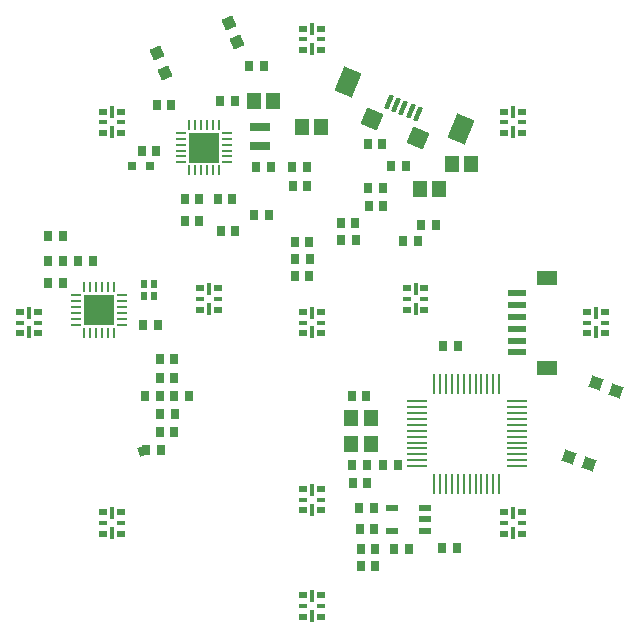
<source format=gtp>
%FSTAX23Y23*%
%MOMM*%
%SFA1B1*%

%IPPOS*%
%AMD14*
4,1,4,-0.055880,-0.652780,0.421640,0.500380,0.055880,0.652780,-0.421640,-0.500380,-0.055880,-0.652780,0.0*
%
%AMD15*
4,1,4,0.314960,-1.320800,1.158240,0.711200,-0.314960,1.320800,-1.158240,-0.711200,0.314960,-1.320800,0.0*
%
%AMD16*
4,1,4,0.977900,0.406400,-0.406400,0.977900,-0.977900,-0.406400,0.406400,-0.977900,0.977900,0.406400,0.0*
%
%AMD24*
4,1,4,0.297180,-0.637540,0.637540,0.297180,-0.297180,0.637540,-0.637540,-0.297180,0.297180,-0.637540,0.0*
%
%AMD25*
4,1,4,0.264160,0.652780,-0.652780,0.264160,-0.264160,-0.652780,0.652780,-0.264160,0.264160,0.652780,0.0*
%
%AMD33*
4,1,4,-0.228600,-0.487680,0.487680,-0.228600,0.228600,0.487680,-0.487680,0.228600,-0.228600,-0.487680,0.0*
%
%ADD10R,0.799998X0.899998*%
%ADD11R,1.299997X1.399997*%
%ADD12R,1.699997X0.699999*%
%ADD13R,1.199998X1.399997*%
G04~CAMADD=14~9~0.0~0.0~492.1~157.5~0.0~0.0~0~0.0~0.0~0.0~0.0~0~0.0~0.0~0.0~0.0~0~0.0~0.0~0.0~247.5~332.0~513.0*
%ADD14D14*%
G04~CAMADD=15~9~0.0~0.0~866.1~629.9~0.0~0.0~0~0.0~0.0~0.0~0.0~0~0.0~0.0~0.0~0.0~0~0.0~0.0~0.0~247.5~912.0~1039.0*
%ADD15D15*%
G04~CAMADD=16~10~0.0~590.5~0.0~0.0~0.0~0.0~0~0.0~0.0~0.0~0.0~0~0.0~0.0~0.0~0.0~0~0.0~0.0~0.0~337.5~590.5~0.0*
%ADD16D16*%
%ADD17R,0.749999X0.849998*%
%ADD18R,1.777996X0.278999*%
%ADD19R,0.278999X1.777996*%
%ADD20R,0.599999X0.749999*%
%ADD21R,0.799998X0.799998*%
%ADD22R,1.549997X0.599999*%
%ADD23R,1.799996X1.199998*%
G04~CAMADD=24~10~0.0~393.6~0.0~0.0~0.0~0.0~0~0.0~0.0~0.0~0.0~0~0.0~0.0~0.0~0.0~0~0.0~0.0~0.0~250.0~393.6~0.0*
%ADD24D24*%
G04~CAMADD=25~10~0.0~393.6~0.0~0.0~0.0~0.0~0~0.0~0.0~0.0~0.0~0~0.0~0.0~0.0~0.0~0~0.0~0.0~0.0~383.0~393.6~0.0*
%ADD25D25*%
%ADD26R,0.799998X0.499999*%
%ADD27R,0.799998X0.299999*%
%ADD28R,0.299999X0.999998*%
%ADD29R,1.099998X0.599999*%
%ADD30R,0.849998X0.250000*%
%ADD31R,0.250000X0.849998*%
%ADD32R,2.599995X2.599995*%
G04~CAMADD=33~10~0.0~300.1~0.0~0.0~0.0~0.0~0~0.0~0.0~0.0~0.0~0~0.0~0.0~0.0~0.0~0~0.0~0.0~0.0~200.0~300.1~0.0*
%ADD33D33*%
%ADD34R,0.899998X0.250000*%
%ADD35R,0.250000X0.899998*%
%LNledpendantpcb-1*%
%LPD*%
G54D10*
X-22366Y07314D03*
X-21116D03*
X05974Y-12049D03*
X07224D03*
X04574Y-06249D03*
X03324D03*
X03399Y-12049D03*
X04649D03*
X11024Y-1905D03*
X12274D03*
X03999Y-15674D03*
X05249D03*
X11074Y-01999D03*
X12324D03*
X04749Y11374D03*
X05999D03*
X-07824Y18799D03*
X-06574D03*
X-04949Y09074D03*
X-03699D03*
X04774Y09849D03*
X06024D03*
X-03524Y13174D03*
X-04774D03*
X-11666Y-03049D03*
X-12916D03*
X-10441Y-06224D03*
X-11691D03*
X-14141D03*
X-12891D03*
Y-07724D03*
X-11641D03*
X-14041Y-10749D03*
X-12791D03*
X-22349Y03324D03*
X-21099D03*
X-14349Y-00174D03*
X-13099D03*
X-18574Y05199D03*
X-19824D03*
X10474Y08249D03*
X09224D03*
X08974Y06874D03*
X07724D03*
X02399Y08474D03*
X03649D03*
X02424Y06999D03*
X03674D03*
X-00224Y05399D03*
X-01474D03*
X-00249Y03949D03*
X-01499D03*
X-22374Y05199D03*
X-21124D03*
G54D11*
X00749Y16574D03*
X-00849D03*
X13474Y13399D03*
X11874D03*
X09124Y11299D03*
X10724D03*
X-03324Y18799D03*
X-04924D03*
G54D12*
X-04399Y14999D03*
Y16599D03*
G54D13*
X03274Y-10249D03*
Y-08049D03*
X04974Y-10249D03*
Y-08049D03*
G54D14*
X0652Y18664D03*
X07121Y18416D03*
X07721Y18167D03*
X08322Y17918D03*
X08922Y17669D03*
G54D15*
X12631Y16431D03*
X03022Y20411D03*
G54D16*
X08944Y15631D03*
X05063Y17238D03*
G54D17*
X-11691Y-04674D03*
X-12891D03*
X-12866Y-09224D03*
X-11666D03*
X04649Y-13549D03*
X03449D03*
X07899Y13224D03*
X06699D03*
X05899Y15124D03*
X04699D03*
X05299Y-20624D03*
X04099D03*
X06949Y-19199D03*
X08149D03*
X05249Y-17474D03*
X04049D03*
X05299Y-19149D03*
X04099D03*
X-10749Y08649D03*
X-09549D03*
X-09599Y10499D03*
X-10799D03*
X-11924Y18399D03*
X-13124D03*
X-07699Y07749D03*
X-06499D03*
X-07999Y10499D03*
X-06799D03*
X-05324Y21749D03*
X-04124D03*
X-13199Y14524D03*
X-14399D03*
X-01474Y06849D03*
X-00274D03*
X-01649Y11574D03*
X-00449D03*
X-00474Y13199D03*
X-01674D03*
G54D18*
X08832Y-06649D03*
Y-07149D03*
Y-07649D03*
Y-08149D03*
Y-08649D03*
Y-09149D03*
Y-09649D03*
Y-10149D03*
Y-10649D03*
Y-11149D03*
Y-11649D03*
Y-12149D03*
X17316D03*
Y-11649D03*
Y-11149D03*
Y-10649D03*
Y-10149D03*
Y-09649D03*
Y-09149D03*
Y-08649D03*
Y-08149D03*
Y-07649D03*
Y-07149D03*
Y-06649D03*
G54D19*
X10324Y-13641D03*
X10824D03*
X11324D03*
X11824D03*
X12324D03*
X12824D03*
X13324D03*
X13824D03*
X14324D03*
X14824D03*
X15324D03*
X15824D03*
Y-05157D03*
X15324D03*
X14824D03*
X14324D03*
X13824D03*
X13324D03*
X12824D03*
X12324D03*
X11824D03*
X11324D03*
X10824D03*
X10324D03*
G54D20*
X-14224Y02224D03*
Y03274D03*
X-13424Y02224D03*
Y03274D03*
G54D21*
X-13724Y13249D03*
X-15224D03*
G54D22*
X17324Y02474D03*
Y01474D03*
Y00474D03*
Y-00524D03*
Y-01524D03*
Y-02524D03*
G54D23*
X19849Y03774D03*
Y-03824D03*
G54D24*
X21775Y-11342D03*
X23466Y-11958D03*
X24032Y-0514D03*
X25723Y-05756D03*
G54D25*
X-0636Y23735D03*
X-07063Y25392D03*
X-12435Y21156D03*
X-13138Y22813D03*
G54D26*
X-09499Y02899D03*
Y01099D03*
X-07999Y02899D03*
Y01099D03*
X00749Y-00899D03*
Y00899D03*
X-00749Y-00899D03*
Y00899D03*
X07999Y02899D03*
Y01099D03*
X09499Y02899D03*
Y01099D03*
X00749Y-15899D03*
Y-14099D03*
X-00749Y-15899D03*
Y-14099D03*
Y-23099D03*
Y-24899D03*
X00749Y-23099D03*
Y-24899D03*
X17719Y-17869D03*
Y-16069D03*
X16219Y-17869D03*
Y-16069D03*
X23249Y00899D03*
Y-00899D03*
X24749Y00899D03*
Y-00899D03*
X17719Y16069D03*
Y17869D03*
X16219Y16069D03*
Y17869D03*
X-00749Y24899D03*
Y23099D03*
X00749Y24899D03*
Y23099D03*
X-16219Y16069D03*
Y17869D03*
X-17719Y16069D03*
Y17869D03*
X-24749Y00899D03*
Y-00899D03*
X-23249Y00899D03*
Y-00899D03*
X-16219Y-17869D03*
Y-16069D03*
X-17719Y-17869D03*
Y-16069D03*
G54D27*
X-09499Y01999D03*
X-07999D03*
X00749Y0D03*
X-00749D03*
X07999Y01999D03*
X09499D03*
X00749Y-14999D03*
X-00749D03*
Y-23999D03*
X00749D03*
X17719Y-16969D03*
X16219D03*
X23249Y0D03*
X24749D03*
X17719Y16969D03*
X16219D03*
X-00749Y23999D03*
X00749D03*
X-16219Y16969D03*
X-17719D03*
X-24749Y0D03*
X-23249D03*
X-16219Y-16969D03*
X-17719D03*
G54D28*
X-08749Y02829D03*
Y01169D03*
X0Y-00829D03*
Y00829D03*
X08749Y02829D03*
Y01169D03*
X0Y-15829D03*
Y-14169D03*
Y-23169D03*
Y-24829D03*
X16969Y-17799D03*
Y-16139D03*
X23999Y00829D03*
Y-00829D03*
X16969Y16139D03*
Y17799D03*
X0Y24829D03*
Y23169D03*
X-16969Y16139D03*
Y17799D03*
X-23999Y00829D03*
Y-00829D03*
X-16969Y-17799D03*
Y-16139D03*
G54D29*
X06774Y-17599D03*
Y-15699D03*
X09574D03*
Y-16649D03*
Y-17599D03*
G54D30*
X-11074Y16074D03*
Y15574D03*
Y15074D03*
Y14574D03*
Y14074D03*
Y13574D03*
X-07224D03*
Y14074D03*
Y14574D03*
Y15074D03*
Y15574D03*
Y16074D03*
G54D31*
X-10399Y12899D03*
X-09899D03*
X-09399D03*
X-08899D03*
X-08399D03*
X-07899D03*
Y16749D03*
X-08399D03*
X-08899D03*
X-09399D03*
X-09899D03*
X-10399D03*
G54D32*
X-09149Y14824D03*
X-18049Y01074D03*
G54D33*
X-14299Y-10874D03*
G54D34*
X-16124Y-00174D03*
Y00324D03*
Y00824D03*
Y01324D03*
Y01824D03*
Y02324D03*
X-19974D03*
Y01824D03*
Y01324D03*
Y00824D03*
Y00324D03*
Y-00174D03*
G54D35*
X-16799Y02999D03*
X-17299D03*
X-17799D03*
X-18299D03*
X-18799D03*
X-19299D03*
Y-00849D03*
X-18799D03*
X-18299D03*
X-17799D03*
X-17299D03*
X-16799D03*
M02*
</source>
